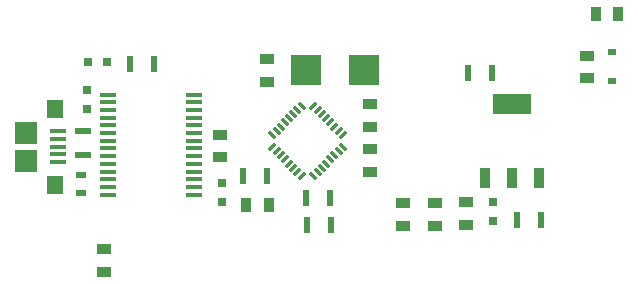
<source format=gtp>
G04*
G04 #@! TF.GenerationSoftware,Altium Limited,Altium Designer,20.1.7 (139)*
G04*
G04 Layer_Color=8421504*
%FSLAX44Y44*%
%MOMM*%
G71*
G04*
G04 #@! TF.SameCoordinates,2F106875-763D-4B6E-BA67-D31112414CBE*
G04*
G04*
G04 #@! TF.FilePolarity,Positive*
G04*
G01*
G75*
G04:AMPARAMS|DCode=15|XSize=0.3048mm|YSize=0.8128mm|CornerRadius=0mm|HoleSize=0mm|Usage=FLASHONLY|Rotation=135.000|XOffset=0mm|YOffset=0mm|HoleType=Round|Shape=Rectangle|*
%AMROTATEDRECTD15*
4,1,4,0.3951,0.1796,-0.1796,-0.3951,-0.3951,-0.1796,0.1796,0.3951,0.3951,0.1796,0.0*
%
%ADD15ROTATEDRECTD15*%

G04:AMPARAMS|DCode=16|XSize=0.3048mm|YSize=0.8128mm|CornerRadius=0mm|HoleSize=0mm|Usage=FLASHONLY|Rotation=45.000|XOffset=0mm|YOffset=0mm|HoleType=Round|Shape=Rectangle|*
%AMROTATEDRECTD16*
4,1,4,0.1796,-0.3951,-0.3951,0.1796,-0.1796,0.3951,0.3951,-0.1796,0.1796,-0.3951,0.0*
%
%ADD16ROTATEDRECTD16*%

%ADD17R,2.5000X2.6000*%
%ADD18R,1.3970X0.3480*%
%ADD19R,1.3500X0.5500*%
%ADD20R,0.5500X1.3500*%
%ADD21R,0.9000X0.6000*%
%ADD22R,0.6858X0.5588*%
%ADD23R,0.9000X1.3000*%
%ADD24R,1.3000X0.9000*%
%ADD25R,3.2600X1.7600*%
%ADD26R,0.9600X1.7600*%
%ADD27R,1.4000X1.6000*%
%ADD28R,1.9000X1.9000*%
%ADD29R,1.3500X0.4000*%
%ADD30R,0.8000X0.8000*%
%ADD31R,0.8000X0.8000*%
D15*
X290814Y131029D02*
D03*
X287222Y134621D02*
D03*
X283810Y138034D02*
D03*
X280218Y141626D02*
D03*
X276626Y145218D02*
D03*
X273034Y148810D02*
D03*
X269621Y152222D02*
D03*
X266029Y155814D02*
D03*
X231185Y120971D02*
D03*
X234778Y117379D02*
D03*
X238190Y113967D02*
D03*
X241782Y110374D02*
D03*
X245374Y106782D02*
D03*
X248967Y103190D02*
D03*
X252379Y99778D02*
D03*
X255971Y96186D02*
D03*
D16*
Y155814D02*
D03*
X252379Y152222D02*
D03*
X248967Y148810D02*
D03*
X245374Y145218D02*
D03*
X241782Y141626D02*
D03*
X238190Y138034D02*
D03*
X234778Y134621D02*
D03*
X231185Y131029D02*
D03*
X266029Y96186D02*
D03*
X269621Y99778D02*
D03*
X273034Y103190D02*
D03*
X276626Y106782D02*
D03*
X280218Y110374D02*
D03*
X283810Y113967D02*
D03*
X287222Y117379D02*
D03*
X290814Y120971D02*
D03*
D17*
X308500Y186000D02*
D03*
X259500D02*
D03*
D18*
X165000Y165000D02*
D03*
Y158500D02*
D03*
Y152000D02*
D03*
Y145500D02*
D03*
Y139000D02*
D03*
Y132500D02*
D03*
Y126000D02*
D03*
Y119500D02*
D03*
Y113000D02*
D03*
Y106500D02*
D03*
Y100000D02*
D03*
Y93500D02*
D03*
Y87000D02*
D03*
Y80500D02*
D03*
X91880Y165000D02*
D03*
Y158500D02*
D03*
Y152000D02*
D03*
Y145500D02*
D03*
Y139000D02*
D03*
Y126000D02*
D03*
Y132500D02*
D03*
Y119500D02*
D03*
Y113000D02*
D03*
Y106500D02*
D03*
Y100000D02*
D03*
Y93500D02*
D03*
Y87000D02*
D03*
Y80500D02*
D03*
D19*
X71000Y134320D02*
D03*
Y114000D02*
D03*
D20*
X110680Y191000D02*
D03*
X131000D02*
D03*
X417320Y183000D02*
D03*
X397000D02*
D03*
X226320Y96000D02*
D03*
X206000D02*
D03*
X458320Y59000D02*
D03*
X438000D02*
D03*
X280320Y78000D02*
D03*
X260000D02*
D03*
X260680Y55000D02*
D03*
X281000D02*
D03*
D21*
X69000Y82000D02*
D03*
Y97000D02*
D03*
D22*
X519000Y176616D02*
D03*
Y201000D02*
D03*
D23*
X228000Y72000D02*
D03*
X209000D02*
D03*
X524000Y233000D02*
D03*
X505000D02*
D03*
D24*
X89000Y34000D02*
D03*
Y15000D02*
D03*
X498000Y198000D02*
D03*
Y179000D02*
D03*
X227000Y176000D02*
D03*
Y195000D02*
D03*
X314000Y138000D02*
D03*
Y157000D02*
D03*
X187000Y112000D02*
D03*
Y131000D02*
D03*
X395000Y74000D02*
D03*
Y55000D02*
D03*
X342000Y54000D02*
D03*
Y73000D02*
D03*
X314000Y100000D02*
D03*
Y119000D02*
D03*
X369000Y73000D02*
D03*
Y54000D02*
D03*
D25*
X434000Y157000D02*
D03*
D26*
X457000Y94500D02*
D03*
X434000D02*
D03*
X411000D02*
D03*
D27*
X47500Y153000D02*
D03*
Y89000D02*
D03*
D28*
X23000Y133000D02*
D03*
Y109000D02*
D03*
D29*
X49750Y108000D02*
D03*
Y127500D02*
D03*
Y121000D02*
D03*
Y114500D02*
D03*
Y134000D02*
D03*
D30*
X74000Y153000D02*
D03*
Y169000D02*
D03*
X189000Y90000D02*
D03*
Y74000D02*
D03*
X418000Y58000D02*
D03*
Y74000D02*
D03*
D31*
X75000Y193000D02*
D03*
X91000D02*
D03*
M02*

</source>
